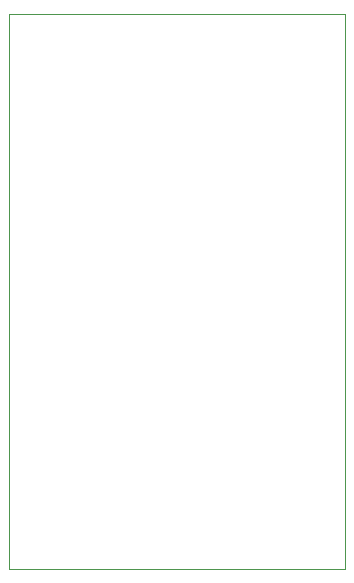
<source format=gm1>
%TF.GenerationSoftware,KiCad,Pcbnew,9.0.6*%
%TF.CreationDate,2025-11-06T07:23:17-05:00*%
%TF.ProjectId,pic-rylr998-01,7069632d-7279-46c7-9239-39382d30312e,rev?*%
%TF.SameCoordinates,Original*%
%TF.FileFunction,Profile,NP*%
%FSLAX46Y46*%
G04 Gerber Fmt 4.6, Leading zero omitted, Abs format (unit mm)*
G04 Created by KiCad (PCBNEW 9.0.6) date 2025-11-06 07:23:17*
%MOMM*%
%LPD*%
G01*
G04 APERTURE LIST*
%TA.AperFunction,Profile*%
%ADD10C,0.050000*%
%TD*%
G04 APERTURE END LIST*
D10*
X159000000Y-118500000D02*
X187500000Y-118500000D01*
X159000000Y-71500000D02*
X159000000Y-118500000D01*
X187500000Y-71500000D02*
X159000000Y-71500000D01*
X187500000Y-118500000D02*
X187500000Y-71500000D01*
M02*

</source>
